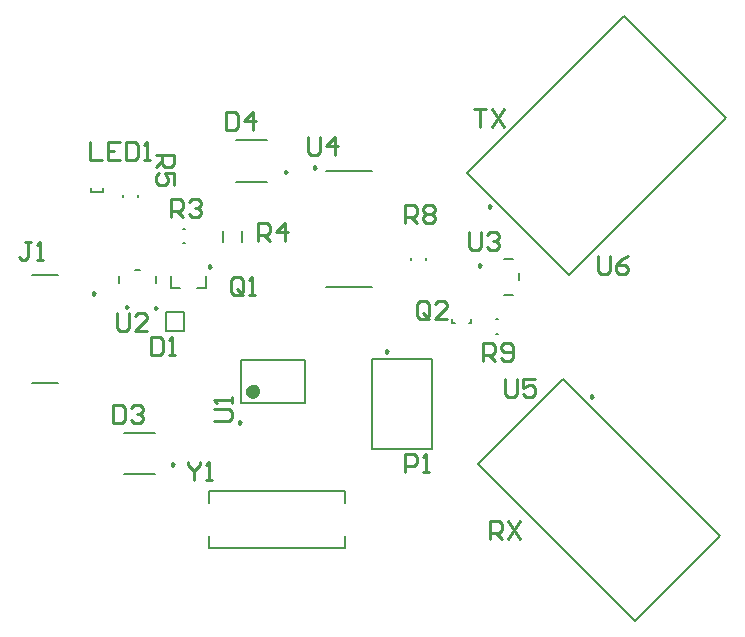
<source format=gto>
G04*
G04 #@! TF.GenerationSoftware,Altium Limited,Altium Designer,21.0.9 (235)*
G04*
G04 Layer_Color=65535*
%FSLAX25Y25*%
%MOIN*%
G70*
G04*
G04 #@! TF.SameCoordinates,16CFF4CE-520A-4318-93EF-9E40710CEDB3*
G04*
G04*
G04 #@! TF.FilePolarity,Positive*
G04*
G01*
G75*
%ADD10C,0.00984*%
%ADD11C,0.00394*%
%ADD12C,0.02362*%
%ADD13C,0.00787*%
%ADD14C,0.01000*%
D10*
X380823Y359890D02*
X380085Y360316D01*
Y359464D01*
X380823Y359890D01*
X419579Y368831D02*
X418841Y369257D01*
Y368405D01*
X419579Y368831D01*
X444713Y400457D02*
X443974Y400883D01*
Y400031D01*
X444713Y400457D01*
X454476Y401874D02*
X453738Y402300D01*
Y401448D01*
X454476Y401874D01*
X401555Y355067D02*
X400817Y355493D01*
Y354641D01*
X401555Y355067D01*
X391752Y355346D02*
X391014Y355773D01*
Y354920D01*
X391752Y355346D01*
X509445Y369240D02*
X508707Y369666D01*
Y368814D01*
X509445Y369240D01*
X478492Y340559D02*
X477754Y340985D01*
Y340133D01*
X478492Y340559D01*
X429449Y316917D02*
X428711Y317343D01*
Y316491D01*
X429449Y316917D01*
X546781Y325503D02*
X546043Y325929D01*
Y325076D01*
X546781Y325503D01*
X512758Y388979D02*
X512020Y389405D01*
Y388553D01*
X512758Y388979D01*
X407213Y302957D02*
X406474Y303383D01*
Y302531D01*
X407213Y302957D01*
D11*
X507441Y354047D02*
D03*
D12*
X434488Y327350D02*
X434044Y328274D01*
X433044Y328502D01*
X432243Y327863D01*
Y326838D01*
X433044Y326199D01*
X434044Y326427D01*
X434488Y327350D01*
D13*
X359819Y330008D02*
X368480D01*
X359819Y365992D02*
X368480D01*
X499850Y349925D02*
X500724D01*
X505276D02*
X506150D01*
X499850Y349925D02*
Y351550D01*
X506150Y349925D02*
Y351550D01*
X514564Y346539D02*
X515136D01*
X514564Y351461D02*
X515136D01*
X417906Y361744D02*
Y365681D01*
X414756Y361744D02*
X417906D01*
X406095D02*
Y365681D01*
Y361744D02*
X409244D01*
X427882Y410890D02*
X438118D01*
X427882Y397110D02*
X438118D01*
X457785Y362209D02*
X473215D01*
X457785Y400791D02*
X473215D01*
X390039Y392214D02*
Y392786D01*
X394961Y392214D02*
Y392786D01*
X410571Y347350D02*
Y353650D01*
X404429Y347350D02*
X410571D01*
X404429Y353650D02*
X410571D01*
X404429Y347350D02*
Y353650D01*
X429650Y376917D02*
Y380642D01*
X423350Y376917D02*
Y380642D01*
X401201Y363221D02*
Y365779D01*
X394114Y367748D02*
X395886D01*
X388799Y363221D02*
Y365779D01*
X517024Y359496D02*
X519976D01*
X521945Y364417D02*
Y366583D01*
X517024Y371504D02*
X519976D01*
X493001Y307999D02*
Y337999D01*
X473001Y307999D02*
X493001D01*
X473001D02*
Y337999D01*
X493001D01*
X429370Y323413D02*
X450630D01*
X429370Y337587D02*
X450630D01*
X429370Y323413D02*
Y337587D01*
X450630Y323413D02*
Y337587D01*
X536824Y331460D02*
X589106Y279179D01*
X560877Y250839D02*
X589161Y279123D01*
X508540Y303176D02*
X536824Y331460D01*
X508540Y303176D02*
X560877Y250839D01*
X504889Y399975D02*
X538824Y366040D01*
X504889Y399975D02*
X557226Y452313D01*
X538824Y366040D02*
X591161Y418377D01*
X557226Y452313D02*
X591161Y418377D01*
X379532Y393796D02*
X383469D01*
Y394977D01*
X379532Y393796D02*
Y394977D01*
X410106Y381264D02*
X410894D01*
X410106Y376736D02*
X410894D01*
X418716Y290110D02*
Y294047D01*
Y274953D02*
Y278890D01*
Y274953D02*
X464189D01*
Y290110D02*
Y294047D01*
Y274953D02*
Y278890D01*
X418716Y294047D02*
X464189D01*
X486039Y371214D02*
Y371786D01*
X490961Y371214D02*
Y371786D01*
X390382Y313390D02*
X400618D01*
X390382Y299610D02*
X400618D01*
D14*
X507000Y421498D02*
X510999D01*
X508999D01*
Y415500D01*
X512998Y421498D02*
X516997Y415500D01*
Y421498D02*
X512998Y415500D01*
X512500Y278000D02*
Y283998D01*
X515499D01*
X516499Y282998D01*
Y280999D01*
X515499Y279999D01*
X512500D01*
X514499D02*
X516499Y278000D01*
X518498Y283998D02*
X522497Y278000D01*
Y283998D02*
X518498Y278000D01*
X359500Y376999D02*
X357501D01*
X358500D01*
Y372001D01*
X357501Y371001D01*
X356501D01*
X355501Y372001D01*
X361499Y371001D02*
X363499D01*
X362499D01*
Y376999D01*
X361499Y375999D01*
X492000Y352501D02*
Y356499D01*
X491001Y357499D01*
X489001D01*
X488002Y356499D01*
Y352501D01*
X489001Y351501D01*
X491001D01*
X490001Y353500D02*
X492000Y351501D01*
X491001D02*
X492000Y352501D01*
X497998Y351501D02*
X494000D01*
X497998Y355500D01*
Y356499D01*
X496999Y357499D01*
X494999D01*
X494000Y356499D01*
X510002Y337501D02*
Y343499D01*
X513001D01*
X514000Y342499D01*
Y340500D01*
X513001Y339500D01*
X510002D01*
X512001D02*
X514000Y337501D01*
X516000Y338501D02*
X516999Y337501D01*
X518999D01*
X519998Y338501D01*
Y342499D01*
X518999Y343499D01*
X516999D01*
X516000Y342499D01*
Y341500D01*
X516999Y340500D01*
X519998D01*
X430000Y360501D02*
Y364499D01*
X429000Y365499D01*
X427001D01*
X426001Y364499D01*
Y360501D01*
X427001Y359501D01*
X429000D01*
X428001Y361500D02*
X430000Y359501D01*
X429000D02*
X430000Y360501D01*
X431999Y359501D02*
X433999D01*
X432999D01*
Y365499D01*
X431999Y364499D01*
X424300Y420298D02*
Y414300D01*
X427299D01*
X428299Y415300D01*
Y419298D01*
X427299Y420298D01*
X424300D01*
X433297Y414300D02*
Y420298D01*
X430298Y417299D01*
X434297D01*
X451800Y411898D02*
Y406900D01*
X452800Y405900D01*
X454799D01*
X455799Y406900D01*
Y411898D01*
X460797Y405900D02*
Y411898D01*
X457798Y408899D01*
X461797D01*
X401001Y405998D02*
X406999D01*
Y402999D01*
X405999Y402000D01*
X404000D01*
X403000Y402999D01*
Y405998D01*
Y403999D02*
X401001Y402000D01*
X406999Y396002D02*
Y400000D01*
X404000D01*
X405000Y398001D01*
Y397001D01*
X404000Y396002D01*
X402001D01*
X401001Y397001D01*
Y399001D01*
X402001Y400000D01*
X399564Y345499D02*
Y339501D01*
X402563D01*
X403563Y340501D01*
Y344499D01*
X402563Y345499D01*
X399564D01*
X405562Y339501D02*
X407562D01*
X406562D01*
Y345499D01*
X405562Y344499D01*
X435002Y377280D02*
Y383278D01*
X438001D01*
X439000Y382278D01*
Y380279D01*
X438001Y379279D01*
X435002D01*
X437001D02*
X439000Y377280D01*
X443999D02*
Y383278D01*
X441000Y380279D01*
X444998D01*
X388002Y353499D02*
Y348501D01*
X389001Y347501D01*
X391001D01*
X392000Y348501D01*
Y353499D01*
X397998Y347501D02*
X394000D01*
X397998Y351500D01*
Y352499D01*
X396999Y353499D01*
X394999D01*
X394000Y352499D01*
X505502Y380499D02*
Y375501D01*
X506501Y374501D01*
X508501D01*
X509500Y375501D01*
Y380499D01*
X511500Y379499D02*
X512499Y380499D01*
X514499D01*
X515498Y379499D01*
Y378500D01*
X514499Y377500D01*
X513499D01*
X514499D01*
X515498Y376500D01*
Y375501D01*
X514499Y374501D01*
X512499D01*
X511500Y375501D01*
X484001Y300501D02*
Y306499D01*
X487000D01*
X488000Y305499D01*
Y303500D01*
X487000Y302500D01*
X484001D01*
X489999Y300501D02*
X491999D01*
X490999D01*
Y306499D01*
X489999Y305499D01*
X420501Y317501D02*
X425499D01*
X426499Y318501D01*
Y320500D01*
X425499Y321500D01*
X420501D01*
X426499Y323499D02*
Y325499D01*
Y324499D01*
X420501D01*
X421501Y323499D01*
X517502Y331499D02*
Y326501D01*
X518501Y325501D01*
X520501D01*
X521500Y326501D01*
Y331499D01*
X527498D02*
X523500D01*
Y328500D01*
X525499Y329500D01*
X526499D01*
X527498Y328500D01*
Y326501D01*
X526499Y325501D01*
X524499D01*
X523500Y326501D01*
X548502Y372499D02*
Y367501D01*
X549501Y366501D01*
X551501D01*
X552500Y367501D01*
Y372499D01*
X558498D02*
X556499Y371499D01*
X554500Y369500D01*
Y367501D01*
X555499Y366501D01*
X557499D01*
X558498Y367501D01*
Y368500D01*
X557499Y369500D01*
X554500D01*
X379000Y410384D02*
Y404386D01*
X382999D01*
X388997Y410384D02*
X384998D01*
Y404386D01*
X388997D01*
X384998Y407385D02*
X386997D01*
X390996Y410384D02*
Y404386D01*
X393995D01*
X394995Y405386D01*
Y409385D01*
X393995Y410384D01*
X390996D01*
X396994Y404386D02*
X398993D01*
X397994D01*
Y410384D01*
X396994Y409385D01*
X406100Y385400D02*
Y391398D01*
X409099D01*
X410099Y390398D01*
Y388399D01*
X409099Y387399D01*
X406100D01*
X408099D02*
X410099Y385400D01*
X412098Y390398D02*
X413098Y391398D01*
X415097D01*
X416097Y390398D01*
Y389399D01*
X415097Y388399D01*
X414097D01*
X415097D01*
X416097Y387399D01*
Y386400D01*
X415097Y385400D01*
X413098D01*
X412098Y386400D01*
X411900Y303798D02*
Y302798D01*
X413899Y300799D01*
X415899Y302798D01*
Y303798D01*
X413899Y300799D02*
Y297800D01*
X417898D02*
X419897D01*
X418898D01*
Y303798D01*
X417898Y302798D01*
X484200Y383400D02*
Y389398D01*
X487199D01*
X488199Y388398D01*
Y386399D01*
X487199Y385399D01*
X484200D01*
X486199D02*
X488199Y383400D01*
X490198Y388398D02*
X491198Y389398D01*
X493197D01*
X494197Y388398D01*
Y387399D01*
X493197Y386399D01*
X494197Y385399D01*
Y384400D01*
X493197Y383400D01*
X491198D01*
X490198Y384400D01*
Y385399D01*
X491198Y386399D01*
X490198Y387399D01*
Y388398D01*
X491198Y386399D02*
X493197D01*
X386800Y322798D02*
Y316800D01*
X389799D01*
X390799Y317800D01*
Y321798D01*
X389799Y322798D01*
X386800D01*
X392798Y321798D02*
X393798Y322798D01*
X395797D01*
X396797Y321798D01*
Y320799D01*
X395797Y319799D01*
X394797D01*
X395797D01*
X396797Y318799D01*
Y317800D01*
X395797Y316800D01*
X393798D01*
X392798Y317800D01*
M02*

</source>
